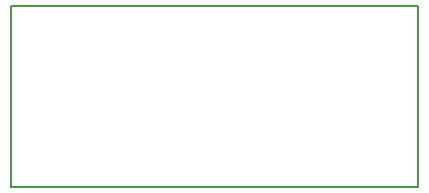
<source format=gko>
G04*
G04 #@! TF.GenerationSoftware,Altium Limited,Altium Designer,18.1.9 (240)*
G04*
G04 Layer_Color=16777215*
%FSLAX25Y25*%
%MOIN*%
G70*
G01*
G75*
%ADD10C,0.00700*%
D10*
X2000Y2000D02*
Y62500D01*
X137500D01*
Y2000D02*
Y62500D01*
X2000Y2000D02*
X137500D01*
M02*

</source>
